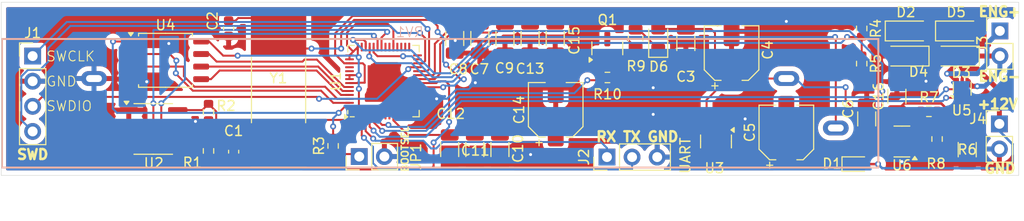
<source format=kicad_pcb>
(kicad_pcb (version 20221018) (generator pcbnew)
  (layers (0 "F.Cu" signal) (31 "B.Cu" signal) (34 "B.Paste" user) (35 "F.Paste" user) (36 "B.SilkS" user "B.Silkscreen") (37 "F.SilkS" user "F.Silkscreen") (38 "B.Mask" user) (39 "F.Mask" user) (44 "Edge.Cuts" user))
  (net 0 "")
  (net 20 "Net-(U1-GPIO24)")
  (net 21 "Net-(U1-GPIO25)")
  (net 22 "Net-(U1-QSPI_SD3)")
  (net 23 "/engine ctrl/eng_Vcc_feedback")
  (net 24 "/engine ctrl/eng_current_feedback")
  (net 28 "Net-(U1-QSPI_SCLK)")
  (net 29 "Net-(U1-QSPI_SD0)")
  (net 30 "Net-(U1-QSPI_SD2)")
  (net 31 "Net-(U1-QSPI_SD1)")
  (net 32 "Net-(U1-QSPI_SS)")
  (net 33 "Net-(U1-VREG_VOUT)")
  (net 34 "GND")
  (net 35 "+12V")
  (net 36 "Net-(U1-XOUT)")
  (net 37 "Net-(U1-XIN)")
  (net 38 "+3.3V")
  (net 39 "Net-(D1-K)")
  (net 40 "Net-(J1-Pin_1)")
  (net 41 "Net-(J1-Pin_3)")
  (net 42 "/microcontroller/pico_run")
  (net 43 "Net-(JP1-A)")
  (net 44 "/microcontroller/UART_TX")
  (net 45 "/microcontroller/UART_RX")
  (net 46 "/engine ctrl/eng_pos_feedback")
  (net 47 "/engine ctrl/eng_IN1")
  (net 48 "/engine ctrl/eng_IN2")
  (net 49 "Net-(U5-GND)")
  (net 50 "Net-(U6--)")
  (net 51 "Net-(D2-A)")
  (net 52 "Net-(D3-K)")
  (net 53 "Net-(D6-K)")
  (net 54 "Net-(Q1-G)")
  (net 55 "Net-(Q1-D)")
  (footprint "Resistor_SMD:R_0603_1608Metric" (layer "F.Cu") (at 111.76 88.201 -90)
    (fp_text reference "R2")
    (fp_text value "4.7k")
  )
  (footprint "Resistor_SMD:R_0603_1608Metric" (layer "F.Cu") (at 111.76 92.139 -90)
    (fp_text reference "R1")
    (fp_text value "4.7k")
  )
  (footprint "Package_TO_SOT_SMD:SOT-23" (layer "F.Cu") (at 152.08 81.7649 90)
    (fp_text reference "Q1")
    (fp_text value "2N7002")
  )
  (footprint "Capacitor_SMD:C_1206_3216Metric" (layer "F.Cu") (at 136.144 91.997 -90)
    (fp_text reference "C12")
    (fp_text value "100nF")
  )
  (footprint "Package_SO:SOIC-8_3.9x4.9mm_P1.27mm" (layer "F.Cu") (at 106.172 89.916)
    (fp_text reference "U2")
    (fp_text value "M24C02-FMN")
  )
  (footprint "Connector_PinHeader_2.54mm:PinHeader_1x02_P2.54mm_Vertical" (layer "F.Cu") (at 127 92.71 90)
    (fp_text reference "JP1")
    (fp_text value "BOOTSEL")
  )
  (footprint "Diode_SMD:D_0603_1608Metric" (layer "F.Cu") (at 177.292 93.472)
    (fp_text reference "D1")
    (fp_text value "TS418C")
  )
  (footprint "Resistor_SMD:R_1206_3216Metric" (layer "F.Cu") (at 188.468 92.0095 -90)
    (fp_text reference "R6")
    (fp_text value "0.1R")
  )
  (footprint "Capacitor_SMD:C_0603_1608Metric" (layer "F.Cu") (at 113.792 79.756 -90)
    (fp_text reference "C2")
    (fp_text value "18pF")
  )
  (footprint "Package_TO_SOT_SMD:SOT-23" (layer "F.Cu") (at 163.068 91.1785 -90)
    (fp_text reference "U3")
    (fp_text value "MCP1703Ax-330xxTT")
  )
  (footprint "Capacitor_SMD:CP_Elec_5x4.5" (layer "F.Cu") (at 146.8628 87.9856 90)
    (fp_text reference "C14")
    (fp_text value "1uF")
  )
  (footprint "Capacitor_SMD:C_0603_1608Metric" (layer "F.Cu") (at 114.3 92.215 90)
    (fp_text reference "C1")
    (fp_text value "18pF")
  )
  (footprint "Capacitor_SMD:C_1206_3216Metric" (layer "F.Cu") (at 144.272 80.772 -90)
    (fp_text reference "C13")
    (fp_text value "100nF")
  )
  (footprint "Capacitor_SMD:C_1206_3216Metric" (layer "F.Cu") (at 139.192 80.772 -90)
    (fp_text reference "C7")
    (fp_text value "100nF")
  )
  (footprint "LED_SMD:LED_0805_2012Metric_Pad1.15x1.40mm_HandSolder" (layer "F.Cu") (at 157.226 80.8138 90)
    (fp_text reference "D6")
    (fp_text value "LED green")
  )
  (footprint "Connector_PinHeader_2.54mm:PinHeader_1x04_P2.54mm_Vertical" (layer "F.Cu") (at 93.98 82.55)
    (fp_text reference "J1")
    (fp_text value "SWD")
  )
  (footprint "Package_TO_SOT_SMD:SOT-563" (layer "F.Cu") (at 187.96 85.852 90)
    (fp_text reference "U5")
    (fp_text value "DRV8220")
  )
  (footprint "Resistor_SMD:R_0603_1608Metric" (layer "F.Cu") (at 177.8 83.312 -90)
    (fp_text reference "R5")
    (fp_text value "20k")
  )
  (footprint "Resistor_SMD:R_0603_1608Metric" (layer "F.Cu") (at 177.8 79.756 -90)
    (fp_text reference "R4")
    (fp_text value "100k")
  )
  (footprint "Capacitor_SMD:CP_Elec_5x4.5" (layer "F.Cu") (at 170.18 90.2716 90)
    (fp_text reference "C5")
    (fp_text value "10uF")
  )
  (footprint "Connector_PinHeader_2.54mm:PinHeader_1x03_P2.54mm_Vertical" (layer "F.Cu") (at 152.0444 92.7608 90)
    (fp_text reference "J2")
    (fp_text value "UART")
  )
  (footprint "Diode_SMD:D_SOD-123F" (layer "F.Cu") (at 187.4744 82.55 180)
    (fp_text reference "D3")
    (fp_text value "1N4007")
  )
  (footprint "Capacitor_SMD:C_1206_3216Metric" (layer "F.Cu") (at 146.812 80.772 -90)
    (fp_text reference "C15")
    (fp_text value "100nF")
  )
  (footprint "Package_TO_SOT_SMD:SOT-23-5" (layer "F.Cu") (at 181.864 91.186 180)
    (fp_text reference "U6")
    (fp_text value "LM321")
  )
  (footprint "Capacitor_SMD:C_1206_3216Metric" (layer "F.Cu") (at 178.308 88.9 90)
    (fp_text reference "C6")
    (fp_text value "100nF")
  )
  (footprint "Resistor_SMD:R_0603_1608Metric" (layer "F.Cu") (at 152.0922 84.7126)
    (fp_text reference "R10")
    (fp_text value "100k")
  )
  (footprint "Package_SO:SOIC-8_5.23x5.23mm_P1.27mm" (layer "F.Cu") (at 107.4125 82.9775)
    (fp_text reference "U4")
    (fp_text value "W25Q32JVSS")
  )
  (footprint "Diode_SMD:D_SOD-123F" (layer "F.Cu") (at 182.3944 82.55 180)
    (fp_text reference "D4")
    (fp_text value "1N4007")
  )
  (footprint "Resistor_SMD:R_0603_1608Metric" (layer "F.Cu") (at 185.42 90.932 -90)
    (fp_text reference "R8")
    (fp_text value "3.3k")
  )
  (footprint "Resistor_SMD:R_0603_1608Metric" (layer "F.Cu") (at 124.3584 91.631 90)
    (fp_text reference "R3")
    (fp_text value "1k")
  )
  (footprint "Capacitor_SMD:C_1206_3216Metric" (layer "F.Cu") (at 136.652 80.772 -90)
    (fp_text reference "C8")
    (fp_text value "100nF")
  )
  (footprint "Capacitor_SMD:CP_Elec_5x4.5" (layer "F.Cu") (at 164.6428 82.2452 90)
    (fp_text reference "C4")
    (fp_text value "4.7uF")
  )
  (footprint "Resistor_SMD:R_0805_2012Metric" (layer "F.Cu") (at 154.94 80.772 -90)
    (fp_text reference "R9")
    (fp_text value "330R")
  )
  (footprint "Diode_SMD:D_SOD-123F" (layer "F.Cu") (at 182.3944 80.01)
    (fp_text reference "D2")
    (fp_text value "1N4007")
  )
  (footprint "Crystal:Crystal_SMD_SeikoEpson_MA505-2Pin_12.7x5.1mm" (layer "F.Cu") (at 118.8425 85.9875 90)
    (fp_text reference "Y1")
    (fp_text value "Crystal")
  )
  (footprint "Capacitor_SMD:C_1206_3216Metric" (layer "F.Cu") (at 141.224 91.997 -90)
    (fp_text reference "C10")
    (fp_text value "100nF")
  )
  (footprint "Capacitor_SMD:C_1206_3216Metric" (layer "F.Cu") (at 141.732 80.772 -90)
    (fp_text reference "C9")
    (fp_text value "100nF")
  )
  (footprint "Connector_PinHeader_2.54mm:PinHeader_1x02_P2.54mm_Vertical" (layer "F.Cu") (at 191.7192 89.403)
    (fp_text reference "J4")
    (fp_text value "power")
  )
  (footprint "Diode_SMD:D_SOD-123F" (layer "F.Cu") (at 187.4744 80.01)
    (fp_text reference "D5")
    (fp_text value "1N4007")
  )
  (footprint "Capacitor_SMD:C_1206_3216Metric" (layer "F.Cu") (at 138.684 91.997 -90)
    (fp_text reference "C11")
    (fp_text value "100nF")
  )
  (footprint "Package_DFN_QFN:QFN-56-1EP_7x7mm_P0.4mm_EP3.2x3.2mm" (layer "F.Cu") (at 129.4512 85.0772 90)
    (fp_text reference "U1")
    (fp_text value "RP2040")
  )
  (footprint "Connector_PinHeader_2.54mm:PinHeader_1x02_P2.54mm_Vertical" (layer "F.Cu") (at 191.77 80.005)
    (fp_text reference "J3")
    (fp_text value "eng")
  )
  (footprint "Resistor_SMD:R_0603_1608Metric" (layer "F.Cu") (at 184.595 88.138)
    (fp_text reference "R7")
    (fp_text value "100k")
  )
  (footprint "Capacitor_SMD:C_1206_3216Metric" (layer "F.Cu") (at 160.02 81.28 -90)
    (fp_text reference "C3")
    (fp_text value "100nF")
  )
  (footprint "Capacitor_SMD:C_1206_3216Metric" (layer "F.Cu") (at 181.356 86.614 90)
    (fp_text reference "C16")
    (fp_text value "10nF")
  )
  (footprint "st_passives_potentiometers:CDE23N-60-B50K" (layer "B.Cu") (at 135.18 87.32 180)
    (fp_text reference "RV1")
    (fp_text value "CDE23N-60-B50K")
  )
  (gr_line (start 193.675 77.105) (end 90.805 77.105) (stroke (width 0.05)) (layer "Edge.Cuts"))
  (gr_line (start 193.675 94.615) (end 193.675 77.105) (stroke (width 0.05)) (layer "Edge.Cuts"))
  (gr_line (start 90.805 77.105) (end 90.805 94.615) (stroke (width 0.05)) (layer "Edge.Cuts"))
  (gr_line (start 90.805 94.615) (end 193.675 94.615) (stroke (width 0.05)) (layer "Edge.Cuts"))
  (gr_text "ENG-" (at 189.484 85.1916) (layer "F.SilkS") (effects (font (size 1 1) (thickness 0.25) bold) (justify left bottom)))
  (gr_text "ENG+" (at 189.484 78.6384) (layer "F.SilkS") (effects (font (size 1 1) (thickness 0.25) bold) (justify left bottom)))
  (gr_text "GND" (at 190.0936 94.488) (layer "F.SilkS") (effects (font (size 1 1) (thickness 0.25) bold) (justify left bottom)))
  (gr_text "RX TX GND\n" (at 150.8252 91.2876) (layer "F.SilkS") (effects (font (size 1 1) (thickness 0.25) bold) (justify left bottom)))
  (gr_text "SWDIO" (at 95.3008 88.1888) (layer "F.SilkS") (effects (font (size 1 1) (thickness 0.1)) (justify left bottom)))
  (gr_text "GND" (at 95.3008 85.6996) (layer "F.SilkS") (effects (font (size 1 1) (thickness 0.1)) (justify left bottom)))
  (gr_text "+12V" (at 189.3824 87.9856) (layer "F.SilkS") (effects (font (size 1 1) (thickness 0.25) bold) (justify left bottom)))
  (gr_text "SWCLK" (at 95.3008 83.1596) (layer "F.SilkS") (effects (font (size 1 1) (thickness 0.1)) (justify left bottom)))
  (segment (start 111.76 92.964) (end 109.79 92.964) (width 0.2) (layer "F.Cu") (net 20))
  (segment (start 129.823835 80.102) (end 129.2512 80.674635) (width 0.2) (layer "F.Cu") (net 20))
  (segment (start 108.647 91.821) (end 107.672001 91.821) (width 0.2) (layer "F.Cu") (net 20))
  (segment (start 106.184797 90.333796) (end 106.184797 87.3252) (width 0.2) (layer "F.Cu") (net 20))
  (segment (start 129.2512 80.674635) (end 129.2512 81.6397) (width 0.2) (layer "F.Cu") (net 20))
  (segment (start 109.79 92.964) (end 108.647 91.821) (width 0.2) (layer "F.Cu") (net 20))
  (segment (start 107.672001 91.821) (end 106.184797 90.333796) (width 0.2) (layer "F.Cu") (net 20))
  (via (at 106.184797 87.3252) (size 0.6) (drill 0.3) (layers "F.Cu" "B.Cu") (net 20))
  (via (at 129.823835 80.102) (size 0.6) (drill 0.3) (layers "F.Cu" "B.Cu") (net 20))
  (segment (start 129.823835 80.102) (end 129.623835 79.902) (width 0.2) (layer "B.Cu") (net 20))
  (segment (start 106.2292 79.902) (end 106.184797 79.946403) (width 0.2) (layer "B.Cu") (net 20))
  (segment (start 106.184797 79.946403) (end 106.184797 87.3252) (width 0.2) (layer "B.Cu") (net 20))
  (segment (start 129.623835 79.902) (end 106.2292 79.902) (width 0.2) (layer "B.Cu") (net 20))
  (segment (start 111.76 89.026) (end 110.235 90.551) (width 0.2) (layer "F.Cu") (net 21))
  (segment (start 108.647 90.551) (end 107.672001 90.551) (width 0.2) (layer "F.Cu") (net 21))
  (segment (start 107.672001 90.551) (end 106.9848 89.863799) (width 0.2) (layer "F.Cu") (net 21))
  (segment (start 106.9848 89.863799) (end 106.9848 87.3252) (width 0.2) (layer "F.Cu") (net 21))
  (segment (start 110.235 90.551) (end 108.647 90.551) (width 0.2) (layer "F.Cu") (net 21))
  (segment (start 128.8512 80.875666) (end 128.8512 81.6397) (width 0.2) (layer "F.Cu") (net 21))
  (segment (start 128.477534 80.502) (end 128.8512 80.875666) (width 0.2) (layer "F.Cu") (net 21))
  (via (at 128.477534 80.502) (size 0.6) (drill 0.3) (layers "F.Cu" "B.Cu") (net 21))
  (via (at 106.9848 87.3252) (size 0.6) (drill 0.3) (layers "F.Cu" "B.Cu") (net 21))
  (segment (start 109.3724 84.9376) (end 106.9848 87.3252) (width 0.2) (layer "B.Cu") (net 21))
  (segment (start 109.3724 80.302) (end 109.3724 84.9376) (width 0.2) (layer "B.Cu") (net 21))
  (segment (start 128.477534 80.502) (end 128.277534 80.302) (width 0.2) (layer "B.Cu") (net 21))
  (segment (start 128.277534 80.302) (end 109.3724 80.302) (width 0.2) (layer "B.Cu") (net 21))
  (segment (start 121.2596 83.1088) (end 112.578799 83.1088) (width 0.2) (layer "F.Cu") (net 22))
  (segment (start 122.70824 82.9056) (end 121.4628 82.9056) (width 0.2) (layer "F.Cu") (net 22))
  (segment (start 125.47984 85.6772) (end 122.70824 82.9056) (width 0.2) (layer "F.Cu") (net 22))
  (segment (start 112.578799 83.1088) (end 111.812499 82.3425) (width 0.2) (layer "F.Cu") (net 22))
  (segment (start 126.0137 85.6772) (end 125.47984 85.6772) (width 0.2) (layer "F.Cu") (net 22))
  (segment (start 111.812499 82.3425) (end 111.0125 82.3425) (width 0.2) (layer "F.Cu") (net 22))
  (segment (start 121.4628 82.9056) (end 121.2596 83.1088) (width 0.2) (layer "F.Cu") (net 22))
  (segment (start 128.0512 82.534767) (end 128.007983 82.577984) (width 0.2) (layer "F.Cu") (net 23))
  (segment (start 128.0512 81.6397) (end 128.0512 82.534767) (width 0.2) (layer "F.Cu") (net 23))
  (segment (start 177.8 80.581) (end 177.8 82.487) (width 0.2) (layer "F.Cu") (net 23))
  (segment (start 176.3268 80.6196) (end 177.7614 80.6196) (width 0.2) (layer "F.Cu") (net 23))
  (segment (start 177.7614 80.6196) (end 177.8 80.581) (width 0.2) (layer "F.Cu") (net 23))
  (via (at 176.3268 80.6196) (size 0.6) (drill 0.3) (layers "F.Cu" "B.Cu") (net 23))
  (via (at 128.007983 82.577984) (size 0.6) (drill 0.3) (layers "F.Cu" "B.Cu") (net 23))
  (segment (start 128.007983 82.577984) (end 128.700799 83.2708) (width 0.2) (layer "B.Cu") (net 23))
  (segment (start 135.773329 85.1408) (end 136.393871 85.1408) (width 0.2) (layer "B.Cu") (net 23))
  (segment (start 140.3922 81.2196) (end 175.7268 81.2196) (width 0.2) (layer "B.Cu") (net 23))
  (segment (start 135.193871 85.1408) (end 135.235071 85.0996) (width 0.2) (layer "B.Cu") (net 23))
  (segment (start 132.2928 83.2708) (end 134.1628 85.1408) (width 0.2) (layer "B.Cu") (net 23))
  (segment (start 136.393871 85.1408) (end 136.435071 85.0996) (width 0.2) (layer "B.Cu") (net 23))
  (segment (start 175.7268 81.2196) (end 176.3268 80.6196) (width 0.2) (layer "B.Cu") (net 23))
  (segment (start 136.435071 85.0996) (end 136.5122 85.0996) (width 0.2) (layer "B.Cu") (net 23))
  (segment (start 128.700799 83.2708) (end 132.2928 83.2708) (width 0.2) (layer "B.Cu") (net 23))
  (segment (start 136.5122 85.0996) (end 140.3922 81.2196) (width 0.2) (layer "B.Cu") (net 23))
  (segment (start 134.1628 85.1408) (end 135.193871 85.1408) (width 0.2) (layer "B.Cu") (net 23))
  (segment (start 135.732129 85.0996) (end 135.773329 85.1408) (width 0.2) (layer "B.Cu") (net 23))
  (segment (start 135.235071 85.0996) (end 135.732129 85.0996) (width 0.2) (layer "B.Cu") (net 23))
  (segment (start 127.6512 81.10584) (end 127.44756 80.9022) (width 0.2) (layer "F.Cu") (net 24))
  (segment (start 181.891448 90.043) (end 181.864 90.043) (width 0.2) (layer "F.Cu") (net 24))
  (segment (start 182.298448 89.636) (end 181.891448 90.043) (width 0.2) (layer "F.Cu") (net 24))
  (segment (start 126.378539 80.9022) (end 126.366885 80.913854) (width 0.2) (layer "F.Cu") (net 24))
  (segment (start 183.77 88.138) (end 183.77 89.127) (width 0.2) (layer "F.Cu") (net 24))
  (segment (start 181.671 90.236) (end 180.7265 90.236) (width 0.2) (layer "F.Cu") (net 24))
  (segment (start 183.77 89.127) (end 183.261 89.636) (width 0.2) (layer "F.Cu") (net 24))
  (segment (start 181.864 90.043) (end 181.671 90.236) (width 0.2) (layer "F.Cu") (net 24))
  (segment (start 179.8828 86.0996) (end 179.8828 89.3923) (width 0.2) (layer "F.Cu") (net 24))
  (segment (start 127.6512 81.6397) (end 127.6512 81.10584) (width 0.2) (layer "F.Cu") (net 24))
  (segment (start 127.44756 80.9022) (end 126.378539 80.9022) (width 0.2) (layer "F.Cu") (net 24))
  (segment (start 183.261 89.636) (end 182.298448 89.636) (width 0.2) (layer "F.Cu") (net 24))
  (segment (start 179.8828 89.3923) (end 180.7265 90.236) (width 0.2) (layer "F.Cu") (net 24))
  (via (at 179.8828 86.0996) (size 0.6) (drill 0.3) (layers "F.Cu" "B.Cu") (net 24))
  (via (at 126.366885 80.913854) (size 0.6) (drill 0.3) (layers "F.Cu" "B.Cu") (net 24))
  (segment (start 176.575329 80.0196) (end 179.8828 83.327071) (width 0.2) (layer "B.Cu") (net 24))
  (segment (start 179.8828 83.327071) (end 179.8828 86.0996) (width 0.2) (layer "B.Cu") (net 24))
  (segment (start 136.196828 84.2836) (end 140.460828 80.0196) (width 0.2) (layer "B.Cu") (net 24))
  (segment (start 127.415386 81.962355) (end 132.261241 81.962355) (width 0.2) (layer "B.Cu") (net 24))
  (segment (start 140.460828 80.0196) (end 176.575329 80.0196) (width 0.2) (layer "B.Cu") (net 24))
  (segment (start 134.582486 84.2836) (end 136.196828 84.2836) (width 0.2) (layer "B.Cu") (net 24))
  (segment (start 132.261241 81.962355) (end 134.582486 84.2836) (width 0.2) (layer "B.Cu") (net 24))
  (segment (start 126.366885 80.913854) (end 127.415386 81.962355) (width 0.2) (layer "B.Cu") (net 24))
  (segment (start 125.314154 86.0772) (end 126.0137 86.0772) (width 0.2) (layer "F.Cu") (net 28))
  (segment (start 122.849454 83.6125) (end 125.314154 86.0772) (width 0.2) (layer "F.Cu") (net 28))
  (segment (start 111.0125 83.6125) (end 122.849454 83.6125) (width 0.2) (layer "F.Cu") (net 28))
  (segment (start 112.0076 84.8825) (end 111.0125 84.8825) (width 0.2) (layer "F.Cu") (net 29))
  (segment (start 112.8776 84.0125) (end 112.0076 84.8825) (width 0.2) (layer "F.Cu") (net 29))
  (segment (start 126.0137 86.4772) (end 125.148468 86.4772) (width 0.2) (layer "F.Cu") (net 29))
  (segment (start 122.683768 84.0125) (end 112.8776 84.0125) (width 0.2) (layer "F.Cu") (net 29))
  (segment (start 125.148468 86.4772) (end 122.683768 84.0125) (width 0.2) (layer "F.Cu") (net 29))
  (segment (start 123.5456 85.6488) (end 110.338248 85.6488) (width 0.2) (layer "F.Cu") (net 30))
  (segment (start 109.2708 84.581352) (end 109.2708 83.6168) (width 0.2) (layer "F.Cu") (net 30))
  (segment (start 124.774 86.8772) (end 123.5456 85.6488) (width 0.2) (layer "F.Cu") (net 30))
  (segment (start 109.2665 83.6125) (end 103.8125 83.6125) (width 0.2) (layer "F.Cu") (net 30))
  (segment (start 126.0137 86.8772) (end 124.774 86.8772) (width 0.2) (layer "F.Cu") (net 30))
  (segment (start 109.2708 83.6168) (end 109.2665 83.6125) (width 0.2) (layer "F.Cu") (net 30))
  (segment (start 110.338248 85.6488) (end 109.2708 84.581352) (width 0.2) (layer "F.Cu") (net 30))
  (segment (start 108.458 84.334238) (end 108.458 84.2772) (width 0.2) (layer "F.Cu") (net 31))
  (segment (start 126.0137 87.2772) (end 124.3676 87.2772) (width 0.2) (layer "F.Cu") (net 31))
  (segment (start 123.1392 86.0488) (end 110.172562 86.0488) (width 0.2) (layer "F.Cu") (net 31))
  (segment (start 110.172562 86.0488) (end 108.458 84.334238) (width 0.2) (layer "F.Cu") (net 31))
  (segment (start 108.5088 83.0125) (end 107.8388 82.3425) (width 0.2) (layer "F.Cu") (net 31))
  (segment (start 107.8388 82.3425) (end 103.8125 82.3425) (width 0.2) (layer "F.Cu") (net 31))
  (segment (start 124.3676 87.2772) (end 123.1392 86.0488) (width 0.2) (layer "F.Cu") (net 31))
  (via (at 108.458 84.2772) (size 0.6) (drill 0.3) (layers "F.Cu" "B.Cu") (net 31))
  (via (at 108.5088 83.0125) (size 0.6) (drill 0.3) (layers "F.Cu" "B.Cu") (net 31))
  (segment (start 108.458 83.0633) (end 108.5088 83.0125) (width 0.2) (layer "B.Cu") (net 31))
  (segment (start 108.458 84.2772) (end 108.458 83.0633) (width 0.2) (layer "B.Cu") (net 31))
  (segment (start 126.0137 87.6772) (end 125.5304 87.6772) (width 0.2) (layer "F.Cu") (net 32))
  (segment (start 125.5304 87.6772) (end 124.9172 88.2904) (width 0.2) (layer "F.Cu") (net 32))
  (segment (start 102.108 81.0768) (end 103.8082 81.0768) (width 0.2) (layer "F.Cu") (net 32))
  (segment (start 124.3584 90.806) (end 124.3584 89.662) (width 0.2) (layer "F.Cu") (net 32))
  (segment (start 103.8082 81.0768) (end 103.8125 81.0725) (width 0.2) (layer "F.Cu") (net 32))
  (via (at 124.9172 88.2904) (size 0.6) (drill 0.3) (layers "F.Cu" "B.Cu") (net 32))
  (via (at 124.3584 89.662) (size 0.6) (drill 0.3) (layers "F.Cu" "B.Cu") (net 32))
  (via (at 102.108 81.0768) (size 0.6) (drill 0.3) (layers "F.Cu" "B.Cu") (net 32))
  (segment (start 102.08 87.8612) (end 102.5092 88.2904) (width 0.2) (layer "B.Cu") (net 32))
  (segment (start 102.08 81.1048) (end 102.08 87.8612) (width 0.2) (layer "B.Cu") (net 32))
  (segment (start 102.108 81.0768) (end 102.08 81.1048) (width 0.2) (layer "B.Cu") (net 32))
  (segment (start 124.3584 89.662) (end 124.3584 88.8492) (width 0.2) (layer "B.Cu") (net 32))
  (segment (start 124.3584 88.8492) (end 124.9172 88.2904) (width 0.2) (layer "B.Cu") (net 32))
  (segment (start 102.5092 88.2904) (end 124.9172 88.2904) (width 0.2) (layer "B.Cu") (net 32))
  (segment (start 134.733771 78.4924) (end 126.319429 78.4924) (width 0.2) (layer "F.Cu") (net 33))
  (segment (start 134.641957 81.307043) (end 134.641957 84.299157) (width 0.2) (layer "F.Cu") (net 33))
  (segment (start 135.538371 79.297) (end 134.733771 78.4924) (width 0.2) (layer "F.Cu") (net 33))
  (segment (start 134.641957 84.299157) (end 134.463914 84.4772) (width 0.2) (layer "F.Cu") (net 33))
  (segment (start 126.84 85.2424) (end 126.8052 85.2772) (width 0.2) (layer "F.Cu") (net 33))
  (segment (start 126.319429 78.4924) (end 124.5616 80.250229) (width 0.2) (layer "F.Cu") (net 33))
  (segment (start 127.5512 85.2424) (end 127.5512 83.47356) (width 0.2) (layer "F.Cu") (net 33))
  (segment (start 136.652 79.297) (end 134.641957 81.307043) (width 0.2) (layer "F.Cu") (net 33))
  (segment (start 124.5616 80.250229) (end 124.5616 82.35896) (width 0.2) (layer "F.Cu") (net 33))
  (segment (start 126.0137 85.2772) (end 126.8052 85.2772) (width 0.2) (layer "F.Cu") (net 33))
  (segment (start 127.35484 83.2772) (end 126.0137 83.2772) (width 0.2) (layer "F.Cu") (net 33))
  (segment (start 134.463914 84.4772) (end 132.8887 84.4772) (width 0.2) (layer "F.Cu") (net 33))
  (segment (start 127.5512 83.47356) (end 127.35484 83.2772) (width 0.2) (layer "F.Cu") (net 33))
  (segment (start 127.5512 85.2424) (end 126.84 85.2424) (width 0.2) (layer "F.Cu") (net 33))
  (segment (start 124.5616 82.35896) (end 125.47984 83.2772) (width 0.2) (layer "F.Cu") (net 33))
  (segment (start 136.652 79.297) (end 135.538371 79.297) (width 0.2) (layer "F.Cu") (net 33))
  (segment (start 125.47984 83.2772) (end 126.0137 83.2772) (width 0.2) (layer "F.Cu") (net 33))
  (segment (start 139.192 79.297) (end 136.652 79.297) (width 0.2) (layer "F.Cu") (net 33))
  (segment (start 130.4512 86.0772) (end 129.4512 85.0772) (width 0.2) (layer "F.Cu") (net 34))
  (segment (start 133.444714 86.106) (end 133.415914 86.0772) (width 0.2) (layer "F.Cu") (net 34))
  (segment (start 186.0744 82.55) (end 186.0744 83.318) (width 0.2) (layer "F.Cu") (net 34))
  (segment (start 134.8232 86.868) (end 134.0612 86.106) (width 0.2) (layer "F.Cu") (net 34))
  (segment (start 186.0744 83.318) (end 184.3024 85.09) (width 0.2) (layer "F.Cu") (net 34))
  (segment (start 182.339001 91.186) (end 181.864 91.661001) (width 0.2) (layer "F.Cu") (net 34))
  (segment (start 181.864 91.661001) (end 181.864 93.218) (width 0.2) (layer "F.Cu") (net 34))
  (segment (start 183.0015 91.186) (end 182.339001 91.186) (width 0.2) (layer "F.Cu") (net 34))
  (segment (start 133.415914 86.0772) (end 132.8887 86.0772) (width 0.2) (layer "F.Cu") (net 34))
  (segment (start 132.8887 86.0772) (end 130.4512 86.0772) (width 0.2) (layer "F.Cu") (net 34))
  (segment (start 134.0612 86.106) (end 133.444714 86.106) (width 0.2) (layer "F.Cu") (net 34))
  (via (at 144.3228 92.5068) (size 0.6) (drill 0.3) (layers "F.Cu" "B.Cu") (net 34))
  (via (at 181.864 93.218) (size 0.6) (drill 0.3) (layers "F.Cu" "B.Cu") (net 34))
  (via (at 170.18 79.0448) (size 0.6) (drill 0.3) (layers "F.Cu" "B.Cu") (net 34))
  (via (at 105.5116 85.1408) (size 0.6) (drill 0.3) (layers "F.Cu" "B.Cu") (net 34))
  (via (at 138.7348 85.2424) (size 0.6) (drill 0.3) (layers "F.Cu" "B.Cu") (net 34))
  (via (at 184.3024 85.09) (size 0.6) (drill 0.3) (layers "F.Cu" "B.Cu") (net 34))
  (via (at 166.0144 88.9) (size 0.6) (drill 0.3) (layers "F.Cu" "B.Cu") (net 34))
  (via (at 136.7028 80.9752) (size 0.6) (drill 0.3) (layers "F.Cu" "B.Cu") (net 34))
  (via (at 156.718 88.4428) (size 0.6) (drill 0.3) (layers "F.Cu" "B.Cu") (net 34))
  (via (at 110.4392 89.154) (size 0.6) (drill 0.3) (layers "F.Cu" "B.Cu") (net 34))
  (via (at 107.7468 81.28) (size 0.6) (drill 0.3) (layers "F.Cu" "B.Cu") (net 34))
  (via (at 134.8232 86.868) (size 0.6) (drill 0.3) (layers "F.Cu" "B.Cu") (net 34))
  (via (at 156.718 85.7504) (size 0.6) (drill 0.3) (layers "F.Cu" "B.Cu") (net 34))
  (segment (start 138.0776 85.8996) (end 138.7348 85.2424) (width 0.2) (layer "B.Cu") (net 34))
  (segment (start 136.837744 85.8996) (end 138.0776 85.8996) (width 0.2) (layer "B.Cu") (net 34))
  (segment (start 135.869343 86.868) (end 136.837744 85.8996) (width 0.2) (layer "B.Cu") (net 34))
  (segment (start 134.8232 86.868) (end 135.869343 86.868) (width 0.2) (layer "B.Cu") (net 34))
  (segment (start 180.175 78.705) (end 180.175 79.1906) (width 0.2) (layer "F.Cu") (net 35))
  (segment (start 186.0744 80.01) (end 184.9194 78.855) (width 0.5) (layer "F.Cu") (net 35))
  (segment (start 187.8744 80.0608) (end 187.8744 83.7344) (width 0.5) (layer "F.Cu") (net 35))
  (segment (start 180.175 79.1906) (end 180.9944 80.01) (width 0.2) (layer "F.Cu") (net 35))
  (segment (start 187.8236 80.01) (end 187.8744 80.0608) (width 0.5) (layer "F.Cu") (net 35))
  (segment (start 180.175 78.705) (end 178.026 78.705) (width 0.2) (layer "F.Cu") (net 35))
  (segment (start 191.7192 86.1568) (end 191.7192 89.403) (width 0.5) (layer "F.Cu") (net 35))
  (segment (start 186.0744 80.01) (end 187.8236 80.01) (width 0.5) (layer "F.Cu") (net 35))
  (segment (start 191.77 86.106) (end 189.484 83.82) (width 0.5) (layer "F.Cu") (net 35))
  (segment (start 184.9194 78.855) (end 182.1494 78.855) (width 0.5) (layer "F.Cu") (net 35))
  (segment (start 178.0795 93.472) (end 179.451 93.472) (width 0.25) (layer "F.Cu") (net 35))
  (segment (start 189.484 83.82) (end 187.96 83.82) (width 0.5) (layer "F.Cu") (net 35))
  (segment (start 182.1494 78.855) (end 180.9944 80.01) (width 0.5) (layer "F.Cu") (net 35))
  (segment (start 187.96 85.102) (end 187.96 83.82) (width 0.25) (layer "F.Cu") (net 35))
  (segment (start 191.77 86.106) (end 191.7192 86.1568) (width 0.5) (layer "F.Cu") (net 35))
  (segment (start 178.026 78.705) (end 177.8 78.931) (width 0.2) (layer "F.Cu") (net 35))
  (segment (start 187.8744 83.7344) (end 187.96 83.82) (width 0.5) (layer "F.Cu") (net 35))
  (via (at 179.451 93.472) (size 0.6) (drill 0.3) (layers "F.Cu" "B.Cu") (net 35))
  (segment (start 179.451 93.472) (end 179.864 93.885) (width 0.25) (layer "B.Cu") (net 35))
  (segment (start 179.864 93.885) (end 192.373 93.885) (width 0.25) (layer "B.Cu") (net 35))
  (segment (start 193.05 91.45) (end 191.77 90.17) (width 0.25) (layer "B.Cu") (net 35))
  (segment (start 192.373 93.885) (end 193.05 93.208) (width 0.25) (layer "B.Cu") (net 35))
  (segment (start 193.05 93.208) (end 193.05 91.45) (width 0.25) (layer "B.Cu") (net 35))
  (segment (start 191.77 89.4538) (end 191.7192 89.403) (width 0.25) (layer "B.Cu") (net 35))
  (segment (start 191.77 90.17) (end 191.77 89.4538) (width 0.25) (layer "B.Cu") (net 35))
  (segment (start 136.0836 89.2048) (end 136.0836 85.451071) (width 0.2) (layer "F.Cu") (net 36))
  (segment (start 117.39 92.99) (end 118.8425 91.5375) (width 0.2) (layer "F.Cu") (net 36))
  (segment (start 134.795286 85.2772) (end 132.8887 85.2772) (width 0.2) (layer "F.Cu") (net 36))
  (segment (start 122.174 94.015) (end 134.1786 94.015) (width 0.2) (layer "F.Cu") (net 36))
  (segment (start 120.0871 91.5375) (end 118.8425 91.5375) (width 0.2) (layer "F.Cu") (net 36))
  (segment (start 134.1786 94.015) (end 134.5184 93.6752) (width 0.2) (layer "F.Cu") (net 36))
  (segment (start 135.732129 85.0996) (end 134.972886 85.0996) (width 0.2) (layer "F.Cu") (net 36))
  (segment (start 118.8425 91.5375) (end 121.32 94.015) (width 0.2) (layer "F.Cu") (net 36))
  (segment (start 134.972886 85.0996) (end 134.795286 85.2772) (width 0.2) (layer "F.Cu") (net 36))
  (segment (start 121.32 94.015) (end 122.174 94.015) (width 0.2) (layer "F.Cu") (net 36))
  (segment (start 136.0836 85.451071) (end 135.732129 85.0996) (width 0.2) (layer "F.Cu") (net 36))
  (segment (start 114.3 92.99) (end 117.39 92.99) (width 0.2) (layer "F.Cu") (net 36))
  (segment (start 134.5184 93.6752) (end 134.5184 91.2876) (width 0.2) (layer "F.Cu") (net 36))
  (via (at 134.5184 91.2876) (size 0.6) (drill 0.3) (layers "F.Cu" "B.Cu") (net 36))
  (via (at 136.0836 89.2048) (size 0.6) (drill 0.3) (layers "F.Cu" "B.Cu") (net 36))
  (segment (start 136.0836 89.2048) (end 136.0836 89.7224) (width 0.2) (layer "B.Cu") (net 36))
  (segment (start 136.0836 89.7224) (end 134.5184 91.2876) (width 0.2) (layer "B.Cu") (net 36))
  (segment (start 120.375 78.905) (end 118.8425 80.4375) (width 0.2) (layer "F.Cu") (net 37))
  (segment (start 126.485115 78.8924) (end 125.1712 80.206315) (width 0.2) (layer "F.Cu") (net 37))
  (segment (start 134.9248 80.1116) (end 134.9248 79.520071) (width 0.2) (layer "F.Cu") (net 37))
  (segment (start 114.4812 78.981) (end 113.792 78.981) (width 0.2) (layer "F.Cu") (net 37))
  (segment (start 114.7572 78.705) (end 114.4812 78.981) (width 0.2) (layer "F.Cu") (net 37))
  (segment (start 132.8887 85.6772) (end 133.5816 85.6772) (width 0.2) (layer "F.Cu") (net 37))
  (segment (start 120.193 81.788) (end 118.8425 80.4375) (width 0.2) (layer "F.Cu") (net 37))
  (segment (start 117.11 78.705) (end 114.7572 78.705) (width 0.2) (layer "F.Cu") (net 37))
  (segment (start 118.8425 80.4375) (end 117.11 78.705) (width 0.2) (layer "F.Cu") (net 37))
  (segment (start 135.4612 85.6772) (end 135.4836 85.6996) (width 0.2) (layer "F.Cu") (net 37))
  (segment (start 137.255565 84.890365) (end 135.7788 83.4136) (width 0.2) (layer "F.Cu") (net 37))
  (segment (start 135.4836 85.6996) (end 133.604 85.6996) (width 0.2) (layer "F.Cu") (net 37))
  (segment (start 137.569965 84.890365) (end 137.255565 84.890365) (width 0.2) (layer "F.Cu") (net 37))
  (segment (start 134.9248 79.520071) (end 134.297129 78.8924) (width 0.2) (layer "F.Cu") (net 37))
  (segment (start 122.174 81.788) (end 120.193 81.788) (width 0.2) (layer "F.Cu") (net 37))
  (segment (start 134.297129 78.8924) (end 126.485115 78.8924) (width 0.2) (layer "F.Cu") (net 37))
  (segment (start 125.1712 80.206315) (end 125.1712 81.788) (width 0.2) (layer "F.Cu") (net 37))
  (segment (start 133.604 85.6996) (end 133.5816 85.6772) (width 0.2) (layer "F.Cu") (net 37))
  (via (at 135.4836 85.6996) (size 0.6) (drill 0.3) (layers "F.Cu" "B.Cu") (net 37))
  (via (at 134.9248 80.1116) (size 0.6) (drill 0.3) (layers "F.Cu" "B.Cu") (net 37))
  (via (at 135.7788 83.4136) (size 0.6) (drill 0.3) (layers "F.Cu" "B.Cu") (net 37))
  (via (at 122.174 81.788) (size 0.6) (drill 0.3) (layers "F.Cu" "B.Cu") (net 37))
  (via (at 125.1712 81.788) (size 0.6) (drill 0.3) (layers "F.Cu" "B.Cu") (net 37))
  (via (at 137.569965 84.890365) (size 0.6) (drill 0.3) (layers "F.Cu" "B.Cu") (net 37))
  (segment (start 137.287121 84.890365) (end 136.636685 85.5408) (width 0.2) (layer "B.Cu") (net 37))
  (segment (start 136.636685 85.5408) (end 135.6424 85.5408) (width 0.2) (layer "B.Cu") (net 37))
  (segment (start 137.569965 84.890365) (end 137.287121 84.890365) (width 0.2) (layer "B.Cu") (net 37))
  (segment (start 125.1712 81.788) (end 122.174 81.788) (width 0.2) (layer "B.Cu") (net 37))
  (segment (start 135.4836 80.6704) (end 135.4836 83.1184) (width 0.2) (layer "B.Cu") (net 37))
  (segment (start 135.4836 83.1184) (end 135.7788 83.4136) (width 0.2) (layer "B.Cu") (net 37))
  (segment (start 134.9248 80.1116) (end 135.4836 80.6704) (width 0.2) (layer "B.Cu") (net 37))
  (segment (start 135.6424 85.5408) (end 135.4836 85.6996) (width 0.2) (layer "B.Cu") (net 37))
  (segment (start 144.272 79.297) (end 146.812 79.297) (width 0.2) (layer "F.Cu") (net 38))
  (segment (start 126.0137 84.4772) (end 126.948 84.4772) (width 0.2) (layer "F.Cu") (net 38))
  (segment (start 112.535 90.539) (end 112.535 88.9508) (width 0.2) (layer "F.Cu") (net 38))
  (segment (start 141.732 79.297) (end 140.857 80.172) (width 0.2) (layer "F.Cu") (net 38))
  (segment (start 146.9182 90.241) (end 146.8628 90.1856) (width 0.2) (layer "F.Cu") (net 38))
  (segment (start 113.248799 82.5088) (end 114.7064 82.5088) (width 0.2) (layer "F.Cu") (net 38))
  (segment (start 136.144 90.522) (end 131.92464 90.522) (width 0.2) (layer "F.Cu") (net 38))
  (segment (start 126.8512 81.6397) (end 126.39425 82.09665) (width 0.2) (layer "F.Cu") (net 38))
  (segment (start 146.5264 90.522) (end 146.8628 90.1856) (width 0.2) (layer "F.Cu") (net 38))
  (segment (start 135.1788 81.335886) (end 135.1788 84.328) (width 0.2) (layer "F.Cu") (net 38))
  (segment (start 112.535 88.9508) (end 112.535 88.151) (width 0.2) (layer "F.Cu") (net 38))
  (segment (start 111.812499 81.0725) (end 113.248799 82.5088) (width 0.2) (layer "F.Cu") (net 38))
  (segment (start 134.6296 84.8772) (end 132.8887 84.8772) (width 0.2) (layer "F.Cu") (net 38))
  (segment (start 146.812 79.297) (end 147.387 78.722) (width 0.2) (layer "F.Cu") (net 38))
  (segment (start 141.224 90.522) (end 146.5264 90.522) (width 0.2) (layer "F.Cu") (net 38))
  (segment (start 162.9664 82.7688) (end 164.6428 84.4452) (width 0.2) (layer "F.Cu") (net 38))
  (segment (start 130.4512 87.98084) (end 130.4512 88.5147) (width 0.2) (layer "F.Cu") (net 38))
  (segment (start 167.9956 84.4452) (end 168.3704 84.82) (width 0.2) (layer "F.Cu") (net 38))
  (segment (start 114.7064 89.0016) (end 126.3643 89.0016) (width 0.2) (layer "F.Cu") (net 38))
  (segment (start 126.8512 82.5792) (end 126.8512 81.6397) (width 0.2) (layer "F.Cu") (net 38))
  (segment (start 114.7064 89.0016) (end 112.5858 89.0016) (width 0.2) (layer "F.Cu") (net 38))
  (segment (start 131.92464 90.522) (end 130.4512 89.04856) (width 0.2) (layer "F.Cu") (net 38))
  (segment (start 136.342686 80.172) (end 135.1788 81.335886) (width 0.2) (layer "F.Cu") (net 38))
  (segment (start 112.5858 89.0016) (end 112.535 88.9508) (width 0.2) (layer "F.Cu") (net 38))
  (segment (start 126.0137 82.4772) (end 126.0137 82.8772) (width 0.2) (layer "F.Cu") (net 38))
  (segment (start 180.7265 92.136) (end 179.508 90.9175) (width 0.2) (layer "F.Cu") (net 38))
  (segment (start 160.02 79.805) (end 162.5582 79.805) (width 0.2) (layer "F.Cu") (net 38))
  (segment (start 162.5582 79.805) (end 162.9664 80.2132) (width 0.2) (layer "F.Cu") (net 38))
  (segment (start 176.1744 87.051144) (end 176.1744 85.6996) (width 0.2) (layer "F.Cu") (net 38))
  (segment (start 125.766885 81.469285) (end 126.39425 82.09665) (width 0.2) (layer "F.Cu") (net 38))
  (segment (start 160.02 79.805) (end 157.2422 79.805) (width 0.2) (layer "F.Cu") (net 38))
  (segment (start 125.766885 80.176315) (end 125.766885 81.469285) (width 0.2) (layer "F.Cu") (net 38))
  (segment (start 138.684 90.522) (end 141.224 90.522) (width 0.2) (layer "F.Cu") (net 38))
  (segment (start 112.535 88.151) (end 111.76 87.376) (width 0.2) (layer "F.Cu") (net 38))
  (segment (start 168.3704 84.82) (end 170.18 84.82) (width 0.2) (layer "F.Cu") (net 38))
  (segment (start 179.508 89.815256) (end 179.192744 89.5) (width 0.2) (layer "F.Cu") (net 38))
  (segment (start 126.9492 82.6772) (end 126.8512 82.5792) (width 0.2) (layer "F.Cu") (net 38))
  (segment (start 126.6382 79.305) (end 125.766885 80.176315) (width 0.2) (layer "F.Cu") (net 38))
  (segment (start 126.3643 89.0016) (end 126.8512 88.5147) (width 0.2) (layer "F.Cu") (net 38))
  (segment (start 147.387 78.722) (end 156.1592 78.722) (width 0.2) (layer "F.Cu") (net 38))
  (segment (start 111.76 91.314) (end 112.535 90.539) (width 0.2) (layer "F.Cu") (net 38))
  (segment (start 141.732 79.297) (end 144.272 79.297) (width 0.2) (layer "F.Cu") (net 38))
  (segment (start 130.4512 81.6397) (end 130.4512 79.8606) (width 0.2) (layer "F.Cu") (net 38))
  (segment (start 108.647 88.011) (end 111.125 88.011) (width 0.2) (layer "F.Cu") (net 38))
  (segment (start 136.144 90.522) (end 138.684 90.522) (width 0.2) (layer "F.Cu") (net 38))
  (segment (start 126.964191 87.686551) (end 127.05484 87.7772) (width 0.2) (layer "F.Cu") (net 38))
  (segment (start 130.4512 79.8606) (end 129.8956 79.305) (width 0.2) (layer "F.Cu") (net 38))
  (segment (start 111.0125 81.0725) (end 111.812499 81.0725) (width 0.2) (layer "F.Cu") (net 38))
  (segment (start 126.0137 84.4772) (end 126.0137 84.8772) (width 0.2) (layer "F.Cu") (net 38))
  (segment (start 111.125 88.011) (end 111.76 87.376) (width 0.2) (layer "F.Cu") (net 38))
  (segment (start 179.192744 89.5) (end 178.623256 89.5) (width 0.2) (layer "F.Cu") (net 38))
  (segment (start 157.2422 79.805) (end 157.226 79.7888) (width 0.2) (layer "F.Cu") (net 38))
  (segment (start 162.118 90.241) (end 162.118 86.97) (width 0.2) (layer "F.Cu") (net 38))
  (segment (start 130.24756 87.7772) (end 130.4512 87.98084) (width 0.2) (layer "F.Cu") (net 38))
  (segment (start 126.948 84.4772) (end 126.9512 84.4804) (width 0.2) (layer "F.Cu") (net 38))
  (segment (start 162.118 90.241) (end 146.9182 90.241) (width 0.2) (layer "F.Cu") (net 38))
  (segment (start 129.8956 79.305) (end 126.6382 79.305) (width 0.2) (layer "F.Cu") (net 38))
  (segment (start 164.6428 84.4452) (end 167.9956 84.4452) (width 0.2) (layer "F.Cu") (net 38))
  (segment (start 130.4512 89.04856) (end 130.4512 88.5147) (width 0.2) (layer "F.Cu") (net 38))
  (segment (start 156.1592 78.722) (end 157.226 79.7888) (width 0.2) (layer "F.Cu") (net 38))
  (segment (start 127.05484 87.7772) (end 130.24756 87.7772) (width 0.2) (layer "F.Cu") (net 38))
  (segment (start 162.118 86.97) (end 164.6428 84.4452) (width 0.2) (layer "F.Cu") (net 38))
  (segment (start 126.39425 82.09665) (end 126.0137 82.4772) (width 0.2) (layer "F.Cu") (net 38))
  (segment (start 126.964191 85.855752) (end 126.964191 87.686551) (width 0.2) (layer "F.Cu") (net 38))
  (segment (start 135.1788 84.328) (end 134.6296 84.8772) (width 0.2) (layer "F.Cu") (net 38))
  (segment (start 140.857 80.172) (end 136.342686 80.172) (width 0.2) (layer "F.Cu") (net 38))
  (segment (start 126.8512 88.5147) (end 126.8512 87.98084) (width 0.2) (layer "F.Cu") (net 38))
  (segment (start 126.8512 87.98084) (end 127.05484 87.7772) (width 0.2) (layer "F.Cu") (net 38))
  (segment (start 162.9664 80.2132) (end 162.9664 82.7688) (width 0.2) (layer "F.Cu") (net 38))
  (segment (start 179.508 90.9175) (end 179.508 89.815256) (width 0.2) (layer "F.Cu") (net 38))
  (segment (start 178.623256 89.5) (end 176.1744 87.051144) (width 0.2) (layer "F.Cu") (net 38))
  (via (at 176.1744 85.6996) (size 0.6) (drill 0.3) (layers "F.Cu" "B.Cu") (net 38))
  (via (at 126.9492 82.6772) (size 0.6) (drill 0.3) (layers "F.Cu" "B.Cu") (net 38))
  (via (at 126.9512 84.4804) (size 0.6) (drill 0.3) (layers "F.Cu" "B.Cu") (net 38))
  (via (at 126.964191 85.855752) (size 0.6) (drill 0.3) (layers "F.Cu" "B.Cu") (net 38))
  (via (at 114.7064 82.5088) (size 0.6) (drill 0.3) (layers "F.Cu" "B.Cu") (net 38))
  (segment (start 172.0088 85.6996) (end 171.1292 84.82) (width 0.2) (layer "B.Cu") (net 38))
  (segment (start 126.7808 82.5088) (end 126.9492 82.6772) (width 0.2) (layer "B.Cu") (net 38))
  (segment (start 126.9512 85.842761) (end 126.964191 85.855752) (width 0.2) (layer "B.Cu") (net 38))
  (segment (start 176.1744 85.6996) (end 172.0088 85.6996) (width 0.2) (layer "B.Cu") (net 38))
  (segment (start 126.9512 84.4804) (end 126.9512 85.842761) (width 0.2) (layer "B.Cu") (net 38))
  (segment (start 126.9492 84.4784) (end 126.9512 84.4804) (width 0.2) (layer "B.Cu") (net 38))
  (segment (start 171.1292 84.82) (end 170.18 84.82) (width 0.2) (layer "B.Cu") (net 38))
  (segment (start 126.9492 82.6772) (end 126.9492 84.4784) (width 0.2) (layer "B.Cu") (net 38))
  (segment (start 114.7064 82.5088) (end 126.7808 82.5088) (width 0.2) (layer "B.Cu") (net 38))
  (segment (start 176.5045 92.1785) (end 176.5045 93.472) (width 0.2) (layer "F.Cu") (net 39))
  (segment (start 176.5045 93.472) (end 170.86 93.472) (width 0.2) (layer "F.Cu") (net 39))
  (segment (start 178.308 90.375) (end 176.5045 92.1785) (width 0.2) (layer "F.Cu") (net 39))
  (segment (start 163.744 92.792) (end 163.068 92.116) (width 0.2) (layer "F.Cu") (net 39))
  (segment (start 170.86 93.472) (end 170.18 92.792) (width 0.2) (layer "F.Cu") (net 39))
  (segment (start 170.18 92.792) (end 163.744 92.792) (width 0.2) (layer "F.Cu") (net 39))
  (segment (start 133.9088 79.8068) (end 134.0612 79.9592) (width 0.2) (layer "F.Cu") (net 40))
  (segment (start 134.0612 83.8708) (end 133.8548 84.0772) (width 0.2) (layer "F.Cu") (net 40))
  (segment (start 133.8548 84.0772) (end 132.8887 84.0772) (width 0.2) (layer "F.Cu") (net 40))
  (segment (start 134.0612 79.9592) (end 134.0612 83.8708) (width 0.2) (layer "F.Cu") (net 40))
  (via (at 133.9088 79.8068) (size 0.6) (drill 0.3) (layers "F.Cu" "B.Cu") (net 40))
  (segment (start 97.428 79.102) (end 93.98 82.55) (width 0.2) (layer "B.Cu") (net 40))
  (segment (start 133.204 79.102) (end 97.428 79.102) (width 0.2) (layer "B.Cu") (net 40))
  (segment (start 133.9088 79.8068) (end 133.204 79.102) (width 0.2) (layer "B.Cu") (net 40))
  (segment (start 93.98 87.63) (end 94.934 86.676) (width 0.2) (layer "F.Cu") (net 41))
  (segment (start 131.9924 83.6772) (end 132.8887 83.6772) (width 0.2) (layer "F.Cu") (net 41))
  (segment (start 94.934 86.676) (end 122.744 86.676) (width 0.2) (layer "F.Cu") (net 41))
  (segment (start 131.9512 83.8708) (end 131.9924 83.6772) (width 0.2) (layer "F.Cu") (net 41))
  (segment (start 122.744 86.676) (end 122.936 86.868) (width 0.2) (layer "F.Cu") (net 41))
  (via (at 131.9512 83.8708) (size 0.6) (drill 0.3) (layers "F.Cu" "B.Cu") (net 41))
  (via (at 122.936 86.868) (size 0.6) (drill 0.3) (layers "F.Cu" "B.Cu") (net 41))
  (segment (start 131.9512 83.8708) (end 128.8016 86.868) (width 0.2) (layer "B.Cu") (net 41))
  (segment (start 128.8016 86.868) (end 122.936 86.868) (width 0.2) (layer "B.Cu") (net 41))
  (segment (start 133.42256 83.2772) (end 132.8887 83.2772) (width 0.2) (layer "F.Cu") (net 42))
  (segment (start 133.6612 83.03856) (end 133.42256 83.2772) (width 0.2) (layer "F.Cu") (net 42))
  (segment (start 133.6612 80.7276) (end 133.6612 83.03856) (width 0.2) (layer "F.Cu") (net 42))
  (segment (start 133.1468 80.2132) (end 133.6612 80.7276) (width 0.2) (layer "F.Cu") (net 42))
  (via (at 133.1468 80.2132) (size 0.6) (drill 0.3) (layers "F.Cu" "B.Cu") (net 42))
  (segment (start 130.1496 79.502) (end 130.8608 80.2132) (width 0.2) (layer "B.Cu") (net 42))
  (segment (start 130.8608 80.2132) (end 133.1468 80.2132) (width 0.2) (layer "B.Cu") (net 42))
  (segment (start 93.503654 83.94) (end 94.7236 83.94) (width 0.2) (layer "B.Cu") (net 42))
  (segment (start 95.5548 83.1088) (end 95.5548 81.7372) (width 0.2) (layer "B.Cu") (net 42))
  (segment (start 93.98 90.17) (end 92.83 89.02) (width 0.2) (layer "B.Cu") (net 42))
  (segment (start 92.83 84.613654) (end 93.503654 83.94) (width 0.2) (layer "B.Cu") (net 42))
  (segment (start 95.5548 81.7372) (end 97.79 79.502) (width 0.2) (layer "B.Cu") (net 42))
  (segment (start 92.83 89.02) (end 92.83 84.613654) (width 0.2) (layer "B.Cu") (net 42))
  (segment (start 97.79 79.502) (end 130.1496 79.502) (width 0.2) (layer "B.Cu") (net 42))
  (segment (start 94.7236 83.94) (end 95.5548 83.1088) (width 0.2) (layer "B.Cu") (net 42))
  (segment (start 126.746 92.456) (end 127 92.71) (width 0.2) (layer "F.Cu") (net 43))
  (segment (start 124.3584 92.456) (end 126.746 92.456) (width 0.2) (layer "F.Cu") (net 43))
  (segment (start 127.2512 90.58609) (end 127.476355 90.811245) (width 0.2) (layer "F.Cu") (net 44))
  (segment (start 127.2512 88.5147) (end 127.2512 90.58609) (width 0.2) (layer "F.Cu") (net 44))
  (via (at 127.476355 90.811245) (size 0.6) (drill 0.3) (layers "F.Cu" "B.Cu") (net 44))
  (segment (start 154.5336 94.015) (end 154.5844 93.9642) (width 0.2) (layer "B.Cu") (net 44))
  (segment (start 128.39 93.373) (end 129.032 94.015) (width 0.2) (layer "B.Cu") (net 44))
  (segment (start 127.476355 90.811245) (end 128.39 91.72489) (width 0.2) (layer "B.Cu") (net 44))
  (segment (start 154.5844 93.9642) (end 154.5844 92.7608) (width 0.2) (layer "B.Cu") (net 44))
  (segment (start 129.032 94.015) (end 154.5336 94.015) (width 0.2) (layer "B.Cu") (net 44))
  (segment (start 128.39 91.72489) (end 128.39 93.373) (width 0.2) (layer "B.Cu") (net 44))
  (segment (start 127.6512 88.5147) (end 127.6512 90.13756) (width 0.2) (layer "F.Cu") (net 45))
  (segment (start 127.6512 90.13756) (end 128.40912 90.89548) (width 0.2) (layer "F.Cu") (net 45))
  (via (at 128.40912 90.89548) (size 0.6) (drill 0.3) (layers "F.Cu" "B.Cu") (net 45))
  (segment (start 152.0444 91.8464) (end 152.0444 92.7608) (width 0.2) (layer "B.Cu") (net 45))
  (segment (start 151.3332 91.2368) (end 151.384 91.186) (width 0.2) (layer "B.Cu") (net 45))
  (segment (start 128.62324 91.1096) (end 133.491871 91.1096) (width 0.2) (layer "B.Cu") (net 45))
  (segment (start 133.491871 91.1096) (end 134.269871 91.8876) (width 0.2) (layer "B.Cu") (net 45))
  (segment (start 135.382 91.2876) (end 135.382 91.2368) (width 0.2) (layer "B.Cu") (net 45))
  (segment (start 151.384 91.186) (end 152.0444 91.8464) (width 0.2) (layer "B.Cu") (net 45))
  (segment (start 134.269871 91.8876) (end 134.782 91.8876) (width 0.2) (layer "B.Cu") (net 45))
  (segment (start 128.40912 90.89548) (end 128.62324 91.1096) (width 0.2) (layer "B.Cu") (net 45))
  (segment (start 135.382 91.2368) (end 151.3332 91.2368) (width 0.2) (layer "B.Cu") (net 45))
  (segment (start 134.782 91.8876) (end 135.382 91.2876) (width 0.2) (layer "B.Cu") (net 45))
  (segment (start 128.4512 81.6397) (end 128.4512 82.17356) (width 0.2) (layer "F.Cu") (net 46))
  (segment (start 128.4512 82.17356) (end 128.839995 82.562355) (width 0.2) (layer "F.Cu") (net 46))
  (segment (start 175.18 80.692) (end 175.1076 80.6196) (width 0.2) (layer "F.Cu") (net 46))
  (segment (start 175.18 89.82) (end 175.18 80.692) (width 0.2) (layer "F.Cu") (net 46))
  (segment (start 128.839995 82.562355) (end 131.429348 82.562355) (width 0.2) (layer "F.Cu") (net 46))
  (via (at 131.429348 82.562355) (size 0.6) (drill 0.3) (layers "F.Cu" "B.Cu") (net 46))
  (via (at 175.1076 80.6196) (size 0.6) (drill 0.3) (layers "F.Cu" "B.Cu") (net 46))
  (segment (start 136.362514 84.6836) (end 140.426514 80.6196) (width 0.2) (layer "B.Cu") (net 46))
  (segment (start 131.429348 82.562355) (end 132.295555 82.562355) (width 0.2) (layer "B.Cu") (net 46))
  (segment (start 132.295555 82.562355) (end 134.4168 84.6836) (width 0.2) (layer "B.Cu") (net 46))
  (segment (start 140.426514 80.6196) (end 175.1076 80.6196) (width 0.2) (layer "B.Cu") (net 46))
  (segment (start 134.4168 84.6836) (end 136.362514 84.6836) (width 0.2) (layer "B.Cu") (net 46))
  (segment (start 187.2956 86.7664) (end 187.46 86.602) (width 0.2) (layer "F.Cu") (net 47))
  (segment (start 128.0512 88.5147) (end 128.0512 89.689031) (width 0.2) (layer "F.Cu") (net 47))
  (segment (start 186.3344 86.7664) (end 187.2956 86.7664) (width 0.2) (layer "F.Cu") (net 47))
  (segment (start 128.0512 89.689031) (end 128.449067 90.086898) (width 0.2) (layer "F.Cu") (net 47))
  (via (at 128.449067 90.086898) (size 0.6) (drill 0.3) (layers "F.Cu" "B.Cu") (net 47))
  (via (at 186.3344 86.7664) (size 0.6) (drill 0.3) (layers "F.Cu" "B.Cu") (net 47))
  (segment (start 137.3348 87.0996) (end 186.0012 87.0996) (width 0.2) (layer "B.Cu") (net 47))
  (segment (start 129.071769 90.7096) (end 133.7248 90.7096) (width 0.2) (layer "B.Cu") (net 47))
  (segment (start 128.449067 90.086898) (end 129.071769 90.7096) (width 0.2) (layer "B.Cu") (net 47))
  (segment (start 133.7248 90.7096) (end 137.3348 87.0996) (width 0.2) (layer "B.Cu") (net 47))
  (segment (start 186.0012 87.0996) (end 186.3344 86.7664) (width 0.2) (layer "B.Cu") (net 47))
  (segment (start 187.96 86.205172) (end 187.96 86.602) (width 0.2) (layer "F.Cu") (net 48))
  (segment (start 128.4512 89.240501) (end 129.320299 90.1096) (width 0.2) (layer "F.Cu") (net 48))
  (segment (start 186.3344 85.9028) (end 187.657628 85.9028) (width 0.2) (layer "F.Cu") (net 48))
  (segment (start 187.657628 85.9028) (end 187.96 86.205172) (width 0.2) (layer "F.Cu") (net 48))
  (segment (start 128.4512 88.5147) (end 128.4512 89.240501) (width 0.2) (layer "F.Cu") (net 48))
  (via (at 129.320299 90.1096) (size 0.6) (drill 0.3) (layers "F.Cu" "B.Cu") (net 48))
  (via (at 186.3344 85.9028) (size 0.6) (drill 0.3) (layers "F.Cu" "B.Cu") (net 48))
  (segment (start 133.759114 90.1096) (end 137.169114 86.6996) (width 0.2) (layer "B.Cu") (net 48))
  (segment (start 129.320299 90.1096) (end 133.759114 90.1096) (width 0.2) (layer "B.Cu") (net 48))
  (segment (start 185.5376 86.6996) (end 186.3344 85.9028) (width 0.2) (layer "B.Cu") (net 48))
  (segment (start 137.169114 86.6996) (end 185.5376 86.6996) (width 0.2) (layer "B.Cu") (net 48))
  (segment (start 188.58 90.435) (end 188.58 86.602) (width 0.5) (layer "F.Cu") (net 49))
  (segment (start 186.309 90.845448) (end 188.169552 90.845448) (width 0.2) (layer "F.Cu") (net 49))
  (segment (start 185.843004 87.338) (end 186.309 87.803996) (width 0.25) (layer "F.Cu") (net 49))
  (segment (start 183.964 90.845448) (end 186.309 90.845448) (width 0.2) (layer "F.Cu") (net 49))
  (segment (start 186.309 87.803996) (end 186.309 90.845448) (width 0.25) (layer "F.Cu") (net 49))
  (segment (start 181.356 88.089) (end 182.107 87.338) (width 0.25) (layer "F.Cu") (net 49))
  (segment (start 183.964 91.835999) (end 183.964 90.845448) (width 0.2) (layer "F.Cu") (net 49))
  (segment (start 183.663999 92.136) (end 183.964 91.835999) (width 0.2) (layer "F.Cu") (net 49))
  (segment (start 188.468 90.547) (end 188.58 90.435) (width 0.5) (layer "F.Cu") (net 49))
  (segment (start 182.107 87.338) (end 185.843004 87.338) (width 0.25) (layer "F.Cu") (net 49))
  (segment (start 183.0015 92.136) (end 183.663999 92.136) (width 0.2) (layer "F.Cu") (net 49))
  (segment (start 188.169552 90.845448) (end 188.468 90.547) (width 0.2) (layer "F.Cu") (net 49))
  (segment (start 185.291 90.236) (end 185.42 90.107) (width 0.2) (layer "F.Cu") (net 50))
  (segment (start 183.0015 90.236) (end 185.291 90.236) (width 0.2) (layer "F.Cu") (net 50))
  (segment (start 185.42 88.138) (end 185.42 90.107) (width 0.2) (layer "F.Cu") (net 50))
  (segment (start 183.7944 80.01) (end 183.7944 81.28) (width 0.5) (layer "F.Cu") (net 51))
  (segment (start 187.0744 81.953122) (end 186.401278 81.28) (width 0.5) (layer "F.Cu") (net 51))
  (segment (start 187.0744 83.6896) (end 187.0744 81.953122) (width 0.5) (layer "F.Cu") (net 51))
  (segment (start 183.7944 81.28) (end 183.7944 82.55) (width 0.5) (layer "F.Cu") (net 51))
  (segment (start 186.436 84.328) (end 187.0744 83.6896) (width 0.5) (layer "F.Cu") (net 51))
  (segment (start 187.34 84.982) (end 187.34 85.102) (width 0.5) (layer "F.Cu") (net 51))
  (segment (start 186.401278 81.28) (end 183.7944 81.28) (width 0.5) (layer "F.Cu") (net 51))
  (segment (start 186.436 84.328) (end 186.686 84.328) (width 0.5) (layer "F.Cu") (net 51))
  (segment (start 186.686 84.328) (end 187.34 84.982) (width 0.5) (layer "F.Cu") (net 51))
  (via (at 186.436 84.328) (size 0.6) (drill 0.3) (layers "F.Cu" "B.Cu") (net 51))
  (segment (start 190.47 83.342) (end 189.484 84.328) (width 0.5) (layer "B.Cu") (net 51))
  (segment (start 191.77 80.005) (end 190.47 81.305) (width 0.5) (layer "B.Cu") (net 51))
  (segment (start 189.484 84.328) (end 186.436 84.328) (width 0.5) (layer "B.Cu") (net 51))
  (segment (start 190.47 81.305) (end 190.47 83.342) (width 0.5) (layer "B.Cu") (net 51))
  (segment (start 188.8744 80.01) (end 188.8744 82.55) (width 0.5) (layer "F.Cu") (net 52))
  (segment (start 188.8794 82.545) (end 188.8744 82.55) (width 0.5) (layer "F.Cu") (net 52))
  (segment (start 188.956 85.598) (end 188.58 85.222) (width 0.5) (layer "F.Cu") (net 52))
  (segment (start 188.58 85.222) (end 188.58 85.102) (width 0.5) (layer "F.Cu") (net 52))
  (segment (start 189.484 85.598) (end 188.956 85.598) (width 0.5) (layer "F.Cu") (net 52))
  (segment (start 191.77 82.545) (end 188.8794 82.545) (width 0.5) (layer "F.Cu") (net 52))
  (via (at 189.484 85.598) (size 0.6) (drill 0.3) (layers "F.Cu" "B.Cu") (net 52))
  (segment (start 191.77 84.074) (end 190.5 85.344) (width 0.5) (layer "B.Cu") (net 52))
  (segment (start 191.77 82.545) (end 191.77 84.074) (width 0.5) (layer "B.Cu") (net 52))
  (segment (start 190.246 85.598) (end 189.484 85.598) (width 0.5) (layer "B.Cu") (net 52))
  (segment (start 190.5 85.344) (end 190.246 85.598) (width 0.5) (layer "B.Cu") (net 52))
  (segment (start 154.94 79.8595) (end 155.2467 79.8595) (width 0.2) (layer "F.Cu") (net 53))
  (segment (start 155.2467 79.8595) (end 157.226 81.8388) (width 0.2) (layer "F.Cu") (net 53))
  (segment (start 150.9914 84.9884) (end 151.2672 84.7126) (width 0.2) (layer "F.Cu") (net 54))
  (segment (start 128.8512 89.04856) (end 128.8512 88.5147) (width 0.2) (layer "F.Cu") (net 54))
  (segment (start 150.0632 84.9884) (end 150.9914 84.9884) (width 0.2) (layer "F.Cu") (net 54))
  (segment (start 151.13 84.5754) (end 151.2672 84.7126) (width 0.2) (layer "F.Cu") (net 54))
  (segment (start 129.9464 89.5096) (end 129.31224 89.5096) (width 0.2) (layer "F.Cu") (net 54))
  (segment (start 151.13 82.7024) (end 151.13 84.5754) (width 0.2) (layer "F.Cu") (net 54))
  (segment (start 129.31224 89.5096) (end 128.8512 89.04856) (width 0.2) (layer "F.Cu") (net 54))
  (via (at 150.0632 84.9884) (size 0.6) (drill 0.3) (layers "F.Cu" "B.Cu") (net 54))
  (via (at 129.9464 89.5096) (size 0.6) (drill 0.3) (layers "F.Cu" "B.Cu") (net 54))
  (segment (start 130.1464 89.7096) (end 133.593428 89.7096) (width 0.2) (layer "B.Cu") (net 54))
  (segment (start 133.593428 89.7096) (end 137.003429 86.2996) (width 0.2) (layer "B.Cu") (net 54))
  (segment (start 129.9464 89.5096) (end 130.1464 89.7096) (width 0.2) (layer "B.Cu") (net 54))
  (segment (start 137.003429 86.2996) (end 148.752 86.2996) (width 0.2) (layer "B.Cu") (net 54))
  (segment (start 148.752 86.2996) (end 150.0632 84.9884) (width 0.2) (layer "B.Cu") (net 54))
  (segment (start 152.08 80.8274) (end 154.0829 80.8274) (width 0.2) (layer "F.Cu") (net 55))
  (segment (start 154.0829 80.8274) (end 154.94 81.6845) (width 0.2) (layer "F.Cu") (net 55))
  (zone (net 34) (net_name "GND") (layers "F&B.Cu") (connect_pads (clearance 0.5)) (min_thickness 0.25) (fill yes (thermal_gap 0.5) (thermal_bridge_width 0.5))
    (polygon (pts (xy 90.678 94.742) (xy 90.7288 77.0128) (xy 193.7512 77.0128) (xy 193.5988 94.6912) (xy 91.3384 94.742)))
  )
)
</source>
